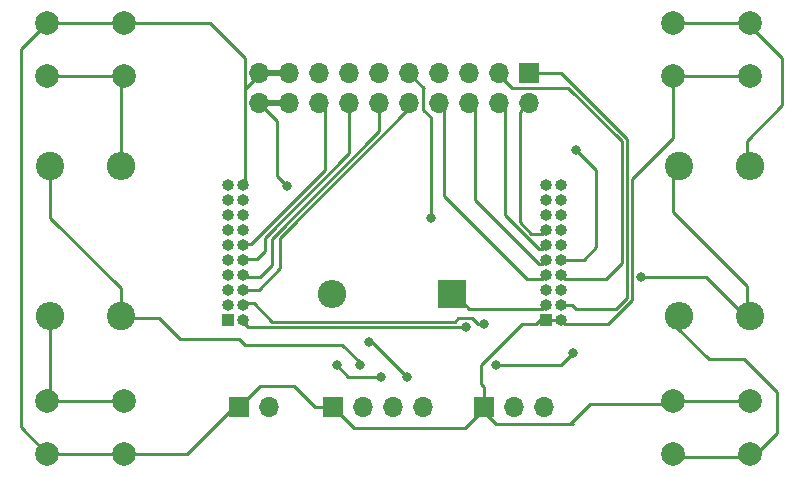
<source format=gbr>
%TF.GenerationSoftware,KiCad,Pcbnew,(6.0.5)*%
%TF.CreationDate,2023-12-03T22:55:09-05:00*%
%TF.ProjectId,lcd_128_io_board,6c63645f-3132-4385-9f69-6f5f626f6172,rev?*%
%TF.SameCoordinates,Original*%
%TF.FileFunction,Copper,L1,Top*%
%TF.FilePolarity,Positive*%
%FSLAX46Y46*%
G04 Gerber Fmt 4.6, Leading zero omitted, Abs format (unit mm)*
G04 Created by KiCad (PCBNEW (6.0.5)) date 2023-12-03 22:55:10*
%MOMM*%
%LPD*%
G01*
G04 APERTURE LIST*
%TA.AperFunction,ComponentPad*%
%ADD10R,1.700000X1.700000*%
%TD*%
%TA.AperFunction,ComponentPad*%
%ADD11O,1.700000X1.700000*%
%TD*%
%TA.AperFunction,ComponentPad*%
%ADD12C,2.000000*%
%TD*%
%TA.AperFunction,ComponentPad*%
%ADD13C,2.400000*%
%TD*%
%TA.AperFunction,ComponentPad*%
%ADD14O,2.400000X2.400000*%
%TD*%
%TA.AperFunction,ComponentPad*%
%ADD15R,2.400000X2.400000*%
%TD*%
%TA.AperFunction,ComponentPad*%
%ADD16O,1.000000X1.000000*%
%TD*%
%TA.AperFunction,ComponentPad*%
%ADD17R,1.000000X1.000000*%
%TD*%
%TA.AperFunction,ViaPad*%
%ADD18C,0.800000*%
%TD*%
%TA.AperFunction,Conductor*%
%ADD19C,0.250000*%
%TD*%
%TA.AperFunction,Conductor*%
%ADD20C,0.500000*%
%TD*%
G04 APERTURE END LIST*
D10*
%TO.P,J5,1,Pin_1*%
%TO.N,GND*%
X123962000Y-127000000D03*
D11*
%TO.P,J5,2,Pin_2*%
%TO.N,VDD*%
X126502000Y-127000000D03*
%TO.P,J5,3,Pin_3*%
%TO.N,SDA*%
X129042000Y-127000000D03*
%TO.P,J5,4,Pin_4*%
%TO.N,SCL*%
X131582000Y-127000000D03*
%TD*%
D12*
%TO.P,SW1,1,1*%
%TO.N,GND*%
X159250000Y-126500000D03*
X152750000Y-126500000D03*
%TO.P,SW1,2,2*%
%TO.N,GP28*%
X159250000Y-131000000D03*
X152750000Y-131000000D03*
%TD*%
D13*
%TO.P,R4,1*%
%TO.N,VDD*%
X159250000Y-119350000D03*
D14*
%TO.P,R4,2*%
%TO.N,GP27*%
X159250000Y-106650000D03*
%TD*%
D12*
%TO.P,SW3,1,1*%
%TO.N,GND*%
X99750000Y-94500000D03*
X106250000Y-94500000D03*
%TO.P,SW3,2,2*%
%TO.N,GP14*%
X99750000Y-99000000D03*
X106250000Y-99000000D03*
%TD*%
D10*
%TO.P,J6,1,Pin_1*%
%TO.N,AREF*%
X140586255Y-98725000D03*
D11*
%TO.P,J6,2,Pin_2*%
%TO.N,GP19*%
X140586255Y-101265000D03*
%TO.P,J6,3,Pin_3*%
%TO.N,RUN*%
X138046255Y-98725000D03*
%TO.P,J6,4,Pin_4*%
%TO.N,GP20*%
X138046255Y-101265000D03*
%TO.P,J6,5,Pin_5*%
%TO.N,BAT_ADC*%
X135506255Y-98725000D03*
%TO.P,J6,6,Pin_6*%
%TO.N,GP21*%
X135506255Y-101265000D03*
%TO.P,J6,7,Pin_7*%
%TO.N,GP26*%
X132966255Y-98725000D03*
%TO.P,J6,8,Pin_8*%
%TO.N,GP22*%
X132966255Y-101265000D03*
%TO.P,J6,9,Pin_9*%
%TO.N,GP18*%
X130426255Y-98725000D03*
%TO.P,J6,10,Pin_10*%
%TO.N,GP2*%
X130426255Y-101265000D03*
%TO.P,J6,11,Pin_11*%
%TO.N,GP17*%
X127886255Y-98725000D03*
%TO.P,J6,12,Pin_12*%
%TO.N,GP3*%
X127886255Y-101265000D03*
%TO.P,J6,13,Pin_13*%
%TO.N,GP16*%
X125346255Y-98725000D03*
%TO.P,J6,14,Pin_14*%
%TO.N,GP4*%
X125346255Y-101265000D03*
%TO.P,J6,15,Pin_15*%
%TO.N,GP15*%
X122806255Y-98725000D03*
%TO.P,J6,16,Pin_16*%
%TO.N,GP5*%
X122806255Y-101265000D03*
%TO.P,J6,17,Pin_17*%
%TO.N,GND*%
X120266255Y-98725000D03*
%TO.P,J6,18,Pin_18*%
%TO.N,VDD*%
X120266255Y-101265000D03*
%TO.P,J6,19,Pin_19*%
%TO.N,GND*%
X117726255Y-98725000D03*
%TO.P,J6,20,Pin_20*%
%TO.N,VDD*%
X117726255Y-101265000D03*
%TD*%
D15*
%TO.P,D1,1,K*%
%TO.N,VDD*%
X134000000Y-117500000D03*
D14*
%TO.P,D1,2,A*%
%TO.N,Net-(D1-Pad2)*%
X123840000Y-117500000D03*
%TD*%
D11*
%TO.P,J1,3,Pin_3*%
%TO.N,UART_RX*%
X141817000Y-127000000D03*
%TO.P,J1,2,Pin_2*%
%TO.N,UART_TX*%
X139277000Y-127000000D03*
D10*
%TO.P,J1,1,Pin_1*%
%TO.N,GND*%
X136737000Y-127000000D03*
%TD*%
D11*
%TO.P,J2,2,Pin_2*%
%TO.N,Net-(D1-Pad2)*%
X118527000Y-127000000D03*
D10*
%TO.P,J2,1,Pin_1*%
%TO.N,GND*%
X115987000Y-127000000D03*
%TD*%
D13*
%TO.P,R1,1*%
%TO.N,VDD*%
X153250000Y-106650000D03*
D14*
%TO.P,R1,2*%
%TO.N,GP28*%
X153250000Y-119350000D03*
%TD*%
D12*
%TO.P,SW4,1,1*%
%TO.N,GND*%
X159250000Y-99000000D03*
X152750000Y-99000000D03*
%TO.P,SW4,2,2*%
%TO.N,GP27*%
X159250000Y-94500000D03*
X152750000Y-94500000D03*
%TD*%
D13*
%TO.P,R3,1*%
%TO.N,VDD*%
X106000000Y-119350000D03*
D14*
%TO.P,R3,2*%
%TO.N,GP14*%
X106000000Y-106650000D03*
%TD*%
D13*
%TO.P,R2,1*%
%TO.N,VDD*%
X100000000Y-106650000D03*
D14*
%TO.P,R2,2*%
%TO.N,GP13*%
X100000000Y-119350000D03*
%TD*%
D12*
%TO.P,SW2,1,1*%
%TO.N,GND*%
X99750000Y-131000000D03*
X106250000Y-131000000D03*
%TO.P,SW2,2,2*%
%TO.N,GP13*%
X106250000Y-126500000D03*
X99750000Y-126500000D03*
%TD*%
D16*
%TO.P,J3,20,Pin_20*%
%TO.N,GND*%
X116342000Y-108204000D03*
%TO.P,J3,19,Pin_19*%
%TO.N,SWDIO*%
X115072000Y-108204000D03*
%TO.P,J3,18,Pin_18*%
%TO.N,VDD*%
X116342000Y-109474000D03*
%TO.P,J3,17,Pin_17*%
%TO.N,SWCLK*%
X115072000Y-109474000D03*
%TO.P,J3,16,Pin_16*%
%TO.N,SCL*%
X116342000Y-110744000D03*
%TO.P,J3,15,Pin_15*%
%TO.N,GP15*%
X115072000Y-110744000D03*
%TO.P,J3,14,Pin_14*%
%TO.N,SDA*%
X116342000Y-112014000D03*
%TO.P,J3,13,Pin_13*%
%TO.N,GP14*%
X115072000Y-112014000D03*
%TO.P,J3,12,Pin_12*%
%TO.N,GP5*%
X116342000Y-113284000D03*
%TO.P,J3,11,Pin_11*%
%TO.N,GP13*%
X115072000Y-113284000D03*
%TO.P,J3,10,Pin_10*%
%TO.N,GP4*%
X116342000Y-114554000D03*
%TO.P,J3,9,Pin_9*%
%TO.N,LCD_RST*%
X115072000Y-114554000D03*
%TO.P,J3,8,Pin_8*%
%TO.N,GP3*%
X116342000Y-115824000D03*
%TO.P,J3,7,Pin_7*%
%TO.N,LCD_DIN*%
X115072000Y-115824000D03*
%TO.P,J3,6,Pin_6*%
%TO.N,GP2*%
X116342000Y-117094000D03*
%TO.P,J3,5,Pin_5*%
%TO.N,LCD_CLK*%
X115072000Y-117094000D03*
%TO.P,J3,4,Pin_4*%
%TO.N,UART_RX*%
X116342000Y-118364000D03*
%TO.P,J3,3,Pin_3*%
%TO.N,LCD_CS*%
X115072000Y-118364000D03*
%TO.P,J3,2,Pin_2*%
%TO.N,UART_TX*%
X116342000Y-119634000D03*
D17*
%TO.P,J3,1,Pin_1*%
%TO.N,LCD_DC*%
X115072000Y-119634000D03*
%TD*%
%TO.P,J4,1,Pin_1*%
%TO.N,GND*%
X141986000Y-119634000D03*
D16*
%TO.P,J4,2,Pin_2*%
X143256000Y-119634000D03*
%TO.P,J4,3,Pin_3*%
%TO.N,VDD*%
X141986000Y-118364000D03*
%TO.P,J4,4,Pin_4*%
%TO.N,AREF*%
X143256000Y-118364000D03*
%TO.P,J4,5,Pin_5*%
%TO.N,IMU_INT1*%
X141986000Y-117094000D03*
%TO.P,J4,6,Pin_6*%
%TO.N,BOOT*%
X143256000Y-117094000D03*
%TO.P,J4,7,Pin_7*%
%TO.N,GP22*%
X141986000Y-115824000D03*
%TO.P,J4,8,Pin_8*%
%TO.N,RUN*%
X143256000Y-115824000D03*
%TO.P,J4,9,Pin_9*%
%TO.N,GP21*%
X141986000Y-114554000D03*
%TO.P,J4,10,Pin_10*%
%TO.N,BAT_ADC*%
X143256000Y-114554000D03*
%TO.P,J4,11,Pin_11*%
%TO.N,GP20*%
X141986000Y-113284000D03*
%TO.P,J4,12,Pin_12*%
%TO.N,GP28*%
X143256000Y-113284000D03*
%TO.P,J4,13,Pin_13*%
%TO.N,GP19*%
X141986000Y-112014000D03*
%TO.P,J4,14,Pin_14*%
%TO.N,GP27*%
X143256000Y-112014000D03*
%TO.P,J4,15,Pin_15*%
%TO.N,GP18*%
X141986000Y-110744000D03*
%TO.P,J4,16,Pin_16*%
%TO.N,GP26*%
X143256000Y-110744000D03*
%TO.P,J4,17,Pin_17*%
%TO.N,GP17*%
X141986000Y-109474000D03*
%TO.P,J4,18,Pin_18*%
%TO.N,LCD_BL*%
X143256000Y-109474000D03*
%TO.P,J4,19,Pin_19*%
%TO.N,GP16*%
X141986000Y-108204000D03*
%TO.P,J4,20,Pin_20*%
%TO.N,IMU_INT2*%
X143256000Y-108204000D03*
%TD*%
D18*
%TO.N,BAT_ADC*%
X144500000Y-105250000D03*
%TO.N,VDD*%
X144250000Y-122500000D03*
X137750000Y-123500000D03*
%TO.N,SCL*%
X127000000Y-121500000D03*
%TO.N,SDA*%
X124250000Y-123500000D03*
%TO.N,SCL*%
X130250000Y-124500000D03*
%TO.N,SDA*%
X128000000Y-124500000D03*
%TO.N,VDD*%
X126250000Y-123500000D03*
X150000000Y-116000000D03*
X120090000Y-108340000D03*
%TO.N,UART_TX*%
X135250000Y-120250000D03*
%TO.N,UART_RX*%
X136750000Y-120000000D03*
%TO.N,GP18*%
X132250000Y-111000000D03*
%TD*%
D19*
%TO.N,GND*%
X99750000Y-94500000D02*
X106160000Y-94500000D01*
X116500000Y-97450000D02*
X116500000Y-100670000D01*
X116500000Y-100670000D02*
X116500000Y-108000000D01*
X113550000Y-94500000D02*
X116500000Y-97450000D01*
X116500000Y-100086254D02*
X116500000Y-100670000D01*
X106250000Y-94500000D02*
X113550000Y-94500000D01*
%TO.N,GP3*%
X118750000Y-112771436D02*
X127825718Y-103695718D01*
%TO.N,VDD*%
X117726255Y-101265000D02*
X119250000Y-102788746D01*
%TO.N,GP4*%
X118192859Y-112692859D02*
X125346255Y-105539463D01*
%TO.N,VDD*%
X119250000Y-102788746D02*
X119250000Y-107500000D01*
%TO.N,GP19*%
X139750000Y-102086256D02*
X139968128Y-101868128D01*
X139750000Y-111364282D02*
X139750000Y-102086256D01*
X140740718Y-112355000D02*
X139750000Y-111364282D01*
X141645000Y-112355000D02*
X140740718Y-112355000D01*
X141986000Y-112014000D02*
X141645000Y-112355000D01*
%TO.N,BAT_ADC*%
X146250000Y-107000000D02*
X144500000Y-105250000D01*
X146250000Y-113500000D02*
X146250000Y-107000000D01*
X145196000Y-114554000D02*
X146250000Y-113500000D01*
X143256000Y-114554000D02*
X145196000Y-114554000D01*
%TO.N,AREF*%
X144145000Y-118364000D02*
X143256000Y-118364000D01*
X148825969Y-117788313D02*
X147909282Y-118705000D01*
X148825969Y-104325969D02*
X148825969Y-117788313D01*
X147909282Y-118705000D02*
X144486000Y-118705000D01*
X143250000Y-98750000D02*
X148825969Y-104325969D01*
X140586255Y-98750000D02*
X143250000Y-98750000D01*
X144486000Y-118705000D02*
X144145000Y-118364000D01*
%TO.N,RUN*%
X139086255Y-100000000D02*
X137836255Y-98750000D01*
X148376449Y-104512167D02*
X143864282Y-100000000D01*
X148376449Y-114873551D02*
X148376449Y-104512167D01*
X147085000Y-116165000D02*
X148376449Y-114873551D01*
X143256000Y-115824000D02*
X143597000Y-116165000D01*
X143597000Y-116165000D02*
X147085000Y-116165000D01*
X143864282Y-100000000D02*
X139086255Y-100000000D01*
%TO.N,GP18*%
X132205489Y-102487489D02*
X131600766Y-101882766D01*
X131600766Y-101882766D02*
X131600766Y-100047234D01*
X130336255Y-98750000D02*
X131617128Y-100030872D01*
X131600766Y-100047234D02*
X131617128Y-100030872D01*
X132205489Y-110794511D02*
X132205489Y-102487489D01*
%TO.N,GP4*%
X125346255Y-101265000D02*
X125346255Y-105539463D01*
%TO.N,GP3*%
X127836255Y-103685181D02*
X127825718Y-103695718D01*
X127836255Y-101250000D02*
X127836255Y-103685181D01*
%TO.N,GND*%
X116500000Y-100086254D02*
X117836255Y-98750000D01*
X120678000Y-125250000D02*
X122428000Y-127000000D01*
X117762000Y-125250000D02*
X120678000Y-125250000D01*
X122428000Y-127000000D02*
X123952000Y-127000000D01*
X125730000Y-128778000D02*
X123952000Y-127000000D01*
X135128000Y-128778000D02*
X125730000Y-128778000D01*
X136737000Y-127169000D02*
X135128000Y-128778000D01*
X136475000Y-123500000D02*
X136475000Y-125079000D01*
X136475000Y-125079000D02*
X136762000Y-125366000D01*
X136762000Y-125366000D02*
X136762000Y-127500000D01*
%TO.N,SDA*%
X125250000Y-124500000D02*
X124250000Y-123500000D01*
X128262000Y-124500000D02*
X125250000Y-124500000D01*
%TO.N,GND*%
X145750000Y-126750000D02*
X152750000Y-126750000D01*
X144000000Y-128500000D02*
X145750000Y-126750000D01*
X136762000Y-127500000D02*
X137762000Y-128500000D01*
X137762000Y-128500000D02*
X144262000Y-128500000D01*
%TO.N,VDD*%
X143250000Y-123500000D02*
X144250000Y-122500000D01*
X137750000Y-123500000D02*
X143250000Y-123500000D01*
X119250000Y-107500000D02*
X120090000Y-108340000D01*
%TO.N,SCL*%
X127250000Y-121500000D02*
X127000000Y-121500000D01*
X130250000Y-124500000D02*
X127250000Y-121500000D01*
%TO.N,GP5*%
X117000000Y-113250000D02*
X116250000Y-113250000D01*
X123250000Y-107000000D02*
X117000000Y-113250000D01*
X123250000Y-101500000D02*
X123250000Y-107000000D01*
%TO.N,GP4*%
X118192859Y-112692859D02*
X118192859Y-113807141D01*
X117500000Y-114500000D02*
X116500000Y-114500000D01*
X118192859Y-113807141D02*
X117500000Y-114500000D01*
%TO.N,GP3*%
X117750000Y-116000000D02*
X116250000Y-116000000D01*
X118750000Y-115000000D02*
X117750000Y-116000000D01*
X118750000Y-112771436D02*
X118750000Y-115000000D01*
%TO.N,GP2*%
X119500000Y-112750000D02*
X119453577Y-112703577D01*
X117656000Y-117094000D02*
X119500000Y-115250000D01*
X119453577Y-112703577D02*
X130907154Y-101250000D01*
X116342000Y-117094000D02*
X117656000Y-117094000D01*
X119500000Y-115250000D02*
X119500000Y-112750000D01*
%TO.N,UART_RX*%
X134250000Y-119800480D02*
X118800480Y-119800480D01*
X117250000Y-118250000D02*
X116250000Y-118250000D01*
X135750000Y-119500000D02*
X134550480Y-119500000D01*
X136250000Y-120000000D02*
X135750000Y-119500000D01*
X136750000Y-120000000D02*
X136250000Y-120000000D01*
X134550480Y-119500000D02*
X134250000Y-119800480D01*
X118800480Y-119800480D02*
X117250000Y-118250000D01*
%TO.N,UART_TX*%
X116750000Y-120250000D02*
X116250000Y-119750000D01*
X135250000Y-120250000D02*
X116750000Y-120250000D01*
%TO.N,VDD*%
X124750000Y-121750000D02*
X126250000Y-123250000D01*
X126250000Y-123250000D02*
X126250000Y-123500000D01*
%TO.N,GND*%
X116012000Y-127000000D02*
X117762000Y-125250000D01*
X111570000Y-131000000D02*
X115570000Y-127000000D01*
X106250000Y-131000000D02*
X111570000Y-131000000D01*
X141986000Y-119634000D02*
X143256000Y-119634000D01*
X141478000Y-119634000D02*
X141112000Y-120000000D01*
X139975000Y-120000000D02*
X141112000Y-120000000D01*
X141986000Y-119634000D02*
X141478000Y-119634000D01*
X143597000Y-119975000D02*
X147275000Y-119975000D01*
X143256000Y-119634000D02*
X143597000Y-119975000D01*
%TO.N,VDD*%
X141645000Y-118705000D02*
X141986000Y-118364000D01*
X135455000Y-118705000D02*
X141645000Y-118705000D01*
X134250000Y-117500000D02*
X135455000Y-118705000D01*
%TO.N,GP22*%
X141645000Y-116165000D02*
X141986000Y-115824000D01*
X140415000Y-116165000D02*
X141645000Y-116165000D01*
X133380000Y-109130000D02*
X140415000Y-116165000D01*
X133380000Y-101265000D02*
X133380000Y-109130000D01*
%TO.N,GP21*%
X141375000Y-114895000D02*
X141645000Y-114895000D01*
X136000000Y-109520000D02*
X141375000Y-114895000D01*
X141645000Y-114895000D02*
X141986000Y-114554000D01*
X136000000Y-101250000D02*
X136000000Y-109520000D01*
%TO.N,GP20*%
X141645000Y-113625000D02*
X141986000Y-113284000D01*
X141375000Y-113625000D02*
X141645000Y-113625000D01*
%TO.N,VDD*%
X109250000Y-119500000D02*
X106000000Y-119500000D01*
D20*
X120266255Y-101265000D02*
X117851255Y-101265000D01*
D19*
X159000000Y-119500000D02*
X155500000Y-116000000D01*
X116000000Y-121250000D02*
X111000000Y-121250000D01*
X106000000Y-119350000D02*
X106000000Y-117000000D01*
X159000000Y-116750000D02*
X152750000Y-110500000D01*
X111000000Y-121250000D02*
X109250000Y-119500000D01*
X155500000Y-116000000D02*
X150000000Y-116000000D01*
X159000000Y-119350000D02*
X159000000Y-116750000D01*
X152750000Y-110500000D02*
X152750000Y-106500000D01*
X124750000Y-121750000D02*
X116500000Y-121750000D01*
X100000000Y-111000000D02*
X100000000Y-106250000D01*
X116500000Y-121750000D02*
X116000000Y-121250000D01*
X106000000Y-117000000D02*
X100000000Y-111000000D01*
%TO.N,GP20*%
X138500000Y-110750000D02*
X138500000Y-101250000D01*
X141375000Y-113625000D02*
X138500000Y-110750000D01*
%TO.N,GND*%
X149275489Y-117974511D02*
X147275000Y-119975000D01*
X152750000Y-126500000D02*
X159250000Y-126500000D01*
X149275489Y-107724511D02*
X149275489Y-117974511D01*
X100000000Y-94250000D02*
X97500000Y-96750000D01*
X99750000Y-131000000D02*
X97500000Y-128750000D01*
D20*
X117726255Y-98725000D02*
X120311255Y-98725000D01*
D19*
X152750000Y-99000000D02*
X152750000Y-104250000D01*
X159250000Y-99000000D02*
X152750000Y-99000000D01*
X136475000Y-123500000D02*
X139975000Y-120000000D01*
X152750000Y-104250000D02*
X149275489Y-107724511D01*
X99750000Y-131000000D02*
X107000000Y-131000000D01*
X97500000Y-96750000D02*
X97500000Y-128750000D01*
%TO.N,GP13*%
X100000000Y-119350000D02*
X100000000Y-126250000D01*
X106250000Y-126500000D02*
X99750000Y-126500000D01*
%TO.N,GP14*%
X106000000Y-99000000D02*
X106000000Y-107000000D01*
X99750000Y-99000000D02*
X105750000Y-99000000D01*
%TO.N,GP28*%
X158750000Y-123000000D02*
X155750000Y-123000000D01*
X152750000Y-131250000D02*
X159500000Y-131250000D01*
X161500000Y-129250000D02*
X161500000Y-125750000D01*
X161500000Y-125750000D02*
X158750000Y-123000000D01*
X155750000Y-123000000D02*
X153000000Y-120250000D01*
X159500000Y-131250000D02*
X161500000Y-129250000D01*
%TO.N,GP27*%
X159000000Y-104500000D02*
X162000000Y-101500000D01*
X162000000Y-101500000D02*
X162000000Y-97500000D01*
X159250000Y-94500000D02*
X152750000Y-94500000D01*
X159000000Y-106650000D02*
X159000000Y-104500000D01*
X162000000Y-97500000D02*
X159000000Y-94500000D01*
%TD*%
M02*

</source>
